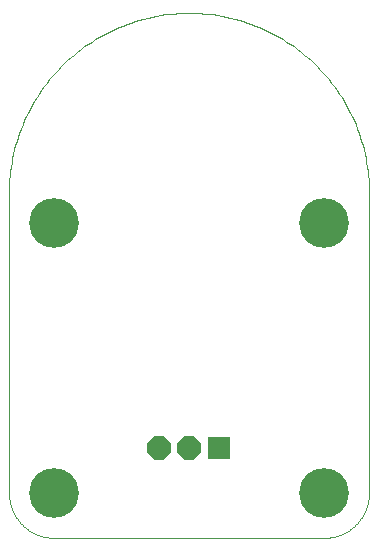
<source format=gbs>
G75*
%MOIN*%
%OFA0B0*%
%FSLAX25Y25*%
%IPPOS*%
%LPD*%
%AMOC8*
5,1,8,0,0,1.08239X$1,22.5*
%
%ADD10C,0.16611*%
%ADD11C,0.00000*%
%ADD12OC8,0.07800*%
%ADD13R,0.07800X0.07800*%
D10*
X0016500Y0019000D03*
X0016500Y0109000D03*
X0106500Y0109000D03*
X0106500Y0019000D03*
D11*
X0001500Y0019000D02*
X0001500Y0119000D01*
X0001518Y0120461D01*
X0001571Y0121921D01*
X0001660Y0123380D01*
X0001784Y0124836D01*
X0001944Y0126288D01*
X0002139Y0127736D01*
X0002370Y0129179D01*
X0002635Y0130616D01*
X0002935Y0132046D01*
X0003270Y0133468D01*
X0003640Y0134882D01*
X0004044Y0136286D01*
X0004482Y0137680D01*
X0004954Y0139063D01*
X0005459Y0140434D01*
X0005998Y0141792D01*
X0006569Y0143137D01*
X0007173Y0144467D01*
X0007809Y0145783D01*
X0008477Y0147082D01*
X0009177Y0148365D01*
X0009908Y0149630D01*
X0010669Y0150878D01*
X0011460Y0152106D01*
X0012281Y0153315D01*
X0013131Y0154503D01*
X0014010Y0155670D01*
X0014917Y0156816D01*
X0015852Y0157939D01*
X0016814Y0159039D01*
X0017802Y0160115D01*
X0018816Y0161167D01*
X0019856Y0162194D01*
X0020920Y0163195D01*
X0022008Y0164171D01*
X0023120Y0165119D01*
X0024254Y0166040D01*
X0025411Y0166933D01*
X0026588Y0167797D01*
X0027787Y0168633D01*
X0029006Y0169439D01*
X0030244Y0170216D01*
X0031500Y0170962D01*
X0032774Y0171677D01*
X0034065Y0172361D01*
X0035373Y0173013D01*
X0036696Y0173633D01*
X0038034Y0174221D01*
X0039385Y0174776D01*
X0040750Y0175298D01*
X0042127Y0175786D01*
X0043516Y0176241D01*
X0044915Y0176662D01*
X0046324Y0177049D01*
X0047742Y0177401D01*
X0049168Y0177719D01*
X0050602Y0178002D01*
X0052042Y0178250D01*
X0053487Y0178463D01*
X0054938Y0178640D01*
X0056392Y0178782D01*
X0057849Y0178889D01*
X0059309Y0178960D01*
X0060769Y0178996D01*
X0062231Y0178996D01*
X0063691Y0178960D01*
X0065151Y0178889D01*
X0066608Y0178782D01*
X0068062Y0178640D01*
X0069513Y0178463D01*
X0070958Y0178250D01*
X0072398Y0178002D01*
X0073832Y0177719D01*
X0075258Y0177401D01*
X0076676Y0177049D01*
X0078085Y0176662D01*
X0079484Y0176241D01*
X0080873Y0175786D01*
X0082250Y0175298D01*
X0083615Y0174776D01*
X0084966Y0174221D01*
X0086304Y0173633D01*
X0087627Y0173013D01*
X0088935Y0172361D01*
X0090226Y0171677D01*
X0091500Y0170962D01*
X0092756Y0170216D01*
X0093994Y0169439D01*
X0095213Y0168633D01*
X0096412Y0167797D01*
X0097589Y0166933D01*
X0098746Y0166040D01*
X0099880Y0165119D01*
X0100992Y0164171D01*
X0102080Y0163195D01*
X0103144Y0162194D01*
X0104184Y0161167D01*
X0105198Y0160115D01*
X0106186Y0159039D01*
X0107148Y0157939D01*
X0108083Y0156816D01*
X0108990Y0155670D01*
X0109869Y0154503D01*
X0110719Y0153315D01*
X0111540Y0152106D01*
X0112331Y0150878D01*
X0113092Y0149630D01*
X0113823Y0148365D01*
X0114523Y0147082D01*
X0115191Y0145783D01*
X0115827Y0144467D01*
X0116431Y0143137D01*
X0117002Y0141792D01*
X0117541Y0140434D01*
X0118046Y0139063D01*
X0118518Y0137680D01*
X0118956Y0136286D01*
X0119360Y0134882D01*
X0119730Y0133468D01*
X0120065Y0132046D01*
X0120365Y0130616D01*
X0120630Y0129179D01*
X0120861Y0127736D01*
X0121056Y0126288D01*
X0121216Y0124836D01*
X0121340Y0123380D01*
X0121429Y0121921D01*
X0121482Y0120461D01*
X0121500Y0119000D01*
X0121500Y0019000D01*
X0121496Y0018638D01*
X0121482Y0018275D01*
X0121461Y0017913D01*
X0121430Y0017552D01*
X0121391Y0017192D01*
X0121343Y0016833D01*
X0121286Y0016475D01*
X0121221Y0016118D01*
X0121147Y0015763D01*
X0121064Y0015410D01*
X0120973Y0015059D01*
X0120874Y0014711D01*
X0120766Y0014365D01*
X0120650Y0014021D01*
X0120525Y0013681D01*
X0120393Y0013344D01*
X0120252Y0013010D01*
X0120103Y0012679D01*
X0119946Y0012352D01*
X0119782Y0012029D01*
X0119610Y0011710D01*
X0119430Y0011396D01*
X0119242Y0011085D01*
X0119047Y0010780D01*
X0118845Y0010479D01*
X0118635Y0010183D01*
X0118419Y0009893D01*
X0118195Y0009607D01*
X0117965Y0009327D01*
X0117728Y0009053D01*
X0117484Y0008785D01*
X0117234Y0008522D01*
X0116978Y0008266D01*
X0116715Y0008016D01*
X0116447Y0007772D01*
X0116173Y0007535D01*
X0115893Y0007305D01*
X0115607Y0007081D01*
X0115317Y0006865D01*
X0115021Y0006655D01*
X0114720Y0006453D01*
X0114415Y0006258D01*
X0114104Y0006070D01*
X0113790Y0005890D01*
X0113471Y0005718D01*
X0113148Y0005554D01*
X0112821Y0005397D01*
X0112490Y0005248D01*
X0112156Y0005107D01*
X0111819Y0004975D01*
X0111479Y0004850D01*
X0111135Y0004734D01*
X0110789Y0004626D01*
X0110441Y0004527D01*
X0110090Y0004436D01*
X0109737Y0004353D01*
X0109382Y0004279D01*
X0109025Y0004214D01*
X0108667Y0004157D01*
X0108308Y0004109D01*
X0107948Y0004070D01*
X0107587Y0004039D01*
X0107225Y0004018D01*
X0106862Y0004004D01*
X0106500Y0004000D01*
X0016500Y0004000D01*
X0016138Y0004004D01*
X0015775Y0004018D01*
X0015413Y0004039D01*
X0015052Y0004070D01*
X0014692Y0004109D01*
X0014333Y0004157D01*
X0013975Y0004214D01*
X0013618Y0004279D01*
X0013263Y0004353D01*
X0012910Y0004436D01*
X0012559Y0004527D01*
X0012211Y0004626D01*
X0011865Y0004734D01*
X0011521Y0004850D01*
X0011181Y0004975D01*
X0010844Y0005107D01*
X0010510Y0005248D01*
X0010179Y0005397D01*
X0009852Y0005554D01*
X0009529Y0005718D01*
X0009210Y0005890D01*
X0008896Y0006070D01*
X0008585Y0006258D01*
X0008280Y0006453D01*
X0007979Y0006655D01*
X0007683Y0006865D01*
X0007393Y0007081D01*
X0007107Y0007305D01*
X0006827Y0007535D01*
X0006553Y0007772D01*
X0006285Y0008016D01*
X0006022Y0008266D01*
X0005766Y0008522D01*
X0005516Y0008785D01*
X0005272Y0009053D01*
X0005035Y0009327D01*
X0004805Y0009607D01*
X0004581Y0009893D01*
X0004365Y0010183D01*
X0004155Y0010479D01*
X0003953Y0010780D01*
X0003758Y0011085D01*
X0003570Y0011396D01*
X0003390Y0011710D01*
X0003218Y0012029D01*
X0003054Y0012352D01*
X0002897Y0012679D01*
X0002748Y0013010D01*
X0002607Y0013344D01*
X0002475Y0013681D01*
X0002350Y0014021D01*
X0002234Y0014365D01*
X0002126Y0014711D01*
X0002027Y0015059D01*
X0001936Y0015410D01*
X0001853Y0015763D01*
X0001779Y0016118D01*
X0001714Y0016475D01*
X0001657Y0016833D01*
X0001609Y0017192D01*
X0001570Y0017552D01*
X0001539Y0017913D01*
X0001518Y0018275D01*
X0001504Y0018638D01*
X0001500Y0019000D01*
D12*
X0051500Y0034000D03*
X0061500Y0034000D03*
D13*
X0071500Y0034000D03*
M02*

</source>
